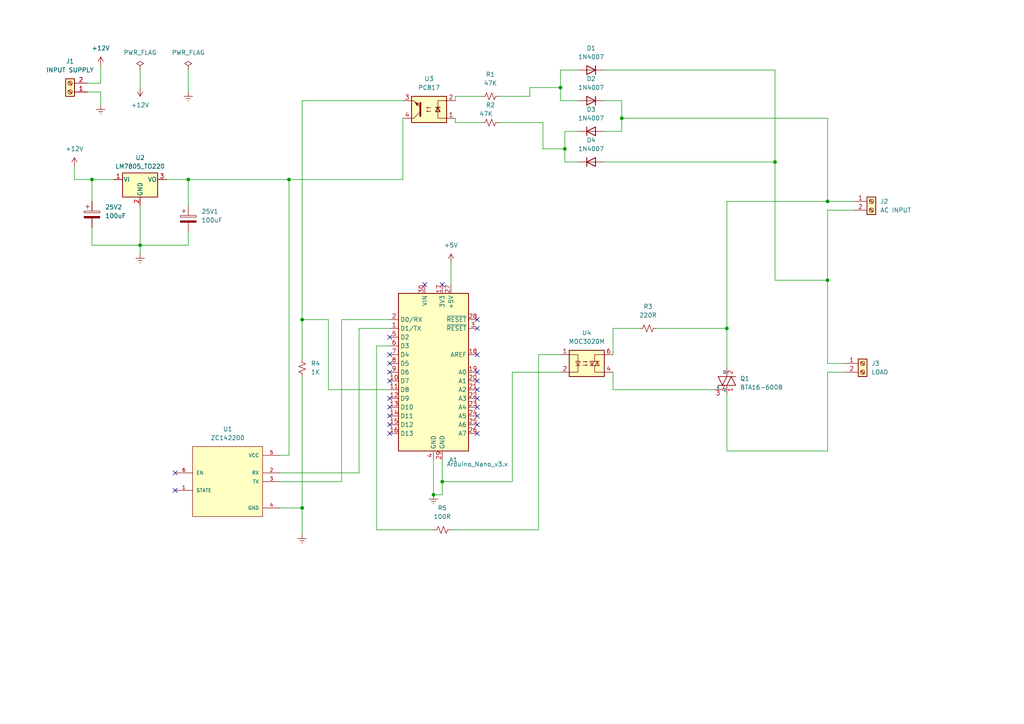
<source format=kicad_sch>
(kicad_sch (version 20230121) (generator eeschema)
  (paper "A4")
  (title_block (title "AC LOAD  Control by NANO Microcontroller with Bluetooth ") (date "17.06.2023") (rev "1.0") (company "by Muxtar_Safarov"))
  (lib_symbols
    (symbol "Connector:Screw_Terminal_01x02" (pin_names (offset 1.016) hide)
      (property "Reference" "J" (at 0 2.54 0))
      (property "Value" "Screw_Terminal_01x02" (at 0 -5.08 0))
      (symbol "Screw_Terminal_01x02_1_1"
        (rectangle (start -1.27 1.27) (end 1.27 -3.81) (stroke (width 0.254)) (fill (type background)))
        (circle (center 0 -2.54) (radius 0.635) (stroke (width 0.1524)))
        (polyline (pts (xy -0.5334 -2.2098) (xy 0.3302 -3.048)) (stroke (width 0.1524)))
        (polyline (pts (xy -0.5334 0.3302) (xy 0.3302 -0.508)) (stroke (width 0.1524)))
        (polyline (pts (xy -0.3556 -2.032) (xy 0.508 -2.8702)) (stroke (width 0.1524)))
        (polyline (pts (xy -0.3556 0.508) (xy 0.508 -0.3302)) (stroke (width 0.1524)))
        (circle (center 0 0) (radius 0.635) (stroke (width 0.1524)))
        (pin passive line (at -5.08 0 0) (length 3.81) (name "Pin_1") (number "1"))
        (pin passive line (at -5.08 -2.54 0) (length 3.81) (name "Pin_2") (number "2"))
      )
    )
    (symbol "Device:C_Polarized" (pin_numbers hide) (pin_names (offset 0.254))
      (property "Reference" "C" (at 0.635 2.54 0))
      (property "Value" "C_Polarized" (at 0.635 -2.54 0))
      (symbol "C_Polarized_0_1"
        (rectangle (start -2.286 0.508) (end 2.286 1.016))
        (polyline (pts (xy -1.778 2.286) (xy -0.762 2.286)))
        (polyline (pts (xy -1.27 2.794) (xy -1.27 1.778)))
        (rectangle (start 2.286 -0.508) (end -2.286 -1.016) (fill (type outline)))
      )
      (symbol "C_Polarized_1_1"
        (pin passive line (at 0 3.81 270) (length 2.794) (name "~") (number "1"))
        (pin passive line (at 0 -3.81 90) (length 2.794) (name "~") (number "2"))
      )
    )
    (symbol "Device:R_Small_US" (pin_numbers hide) (pin_names (offset 0.254) hide)
      (property "Reference" "R" (at 0.762 0.508 0))
      (property "Value" "R_Small_US" (at 0.762 -1.016 0))
      (symbol "R_Small_US_1_1"
        (polyline (pts (xy 0 0) (xy 1.016 -0.381) (xy 0 -0.762) (xy -1.016 -1.143) (xy 0 -1.524)))
        (polyline (pts (xy 0 1.524) (xy 1.016 1.143) (xy 0 0.762) (xy -1.016 0.381) (xy 0 0)))
        (pin passive line (at 0 2.54 270) (length 1.016) (name "~") (number "1"))
        (pin passive line (at 0 -2.54 90) (length 1.016) (name "~") (number "2"))
      )
    )
    (symbol "Diode:1N4007" (pin_numbers hide) (pin_names hide)
      (property "Reference" "D" (at 0 2.54 0))
      (property "Value" "1N4007" (at 0 -2.54 0))
      (symbol "1N4007_0_1"
        (polyline (pts (xy -1.27 1.27) (xy -1.27 -1.27)) (stroke (width 0.254)))
        (polyline (pts (xy 1.27 0) (xy -1.27 0)))
        (polyline (pts (xy 1.27 1.27) (xy 1.27 -1.27) (xy -1.27 0) (xy 1.27 1.27)) (stroke (width 0.254)))
      )
      (symbol "1N4007_1_1"
        (pin passive line (at -3.81 0 0) (length 2.54) (name "K") (number "1"))
        (pin passive line (at 3.81 0 180) (length 2.54) (name "A") (number "2"))
      )
    )
    (symbol "Isolator:PC817" (pin_names (offset 1.016))
      (property "Reference" "U" (at -5.08 5.08 0))
      (property "Value" "PC817" (at 0 5.08 0))
      (symbol "PC817_0_1"
        (rectangle (start -5.08 3.81) (end 5.08 -3.81) (stroke (width 0.254)) (fill (type background)))
        (polyline (pts (xy -3.175 -0.635) (xy -1.905 -0.635)) (stroke (width 0.254)))
        (polyline (pts (xy 2.54 0.635) (xy 4.445 2.54)))
        (polyline (pts (xy 4.445 -2.54) (xy 2.54 -0.635)) (fill (type outline)))
        (polyline (pts (xy 4.445 -2.54) (xy 5.08 -2.54)))
        (polyline (pts (xy 4.445 2.54) (xy 5.08 2.54)))
        (polyline (pts (xy -5.08 2.54) (xy -2.54 2.54) (xy -2.54 -0.635)))
        (polyline (pts (xy -2.54 -0.635) (xy -2.54 -2.54) (xy -5.08 -2.54)))
        (polyline (pts (xy 2.54 1.905) (xy 2.54 -1.905) (xy 2.54 -1.905)) (stroke (width 0.508)))
        (polyline (pts (xy -2.54 -0.635) (xy -3.175 0.635) (xy -1.905 0.635) (xy -2.54 -0.635)) (stroke (width 0.254)))
        (polyline (pts (xy -0.508 -0.508) (xy 0.762 -0.508) (xy 0.381 -0.635) (xy 0.381 -0.381) (xy 0.762 -0.508)))
        (polyline (pts (xy -0.508 0.508) (xy 0.762 0.508) (xy 0.381 0.381) (xy 0.381 0.635) (xy 0.762 0.508)))
        (polyline (pts (xy 3.048 -1.651) (xy 3.556 -1.143) (xy 4.064 -2.159) (xy 3.048 -1.651) (xy 3.048 -1.651)) (fill (type outline)))
      )
      (symbol "PC817_1_1"
        (pin passive line (at -7.62 2.54 0) (length 2.54) (name "~") (number "1"))
        (pin passive line (at -7.62 -2.54 0) (length 2.54) (name "~") (number "2"))
        (pin passive line (at 7.62 -2.54 180) (length 2.54) (name "~") (number "3"))
        (pin passive line (at 7.62 2.54 180) (length 2.54) (name "~") (number "4"))
      )
    )
    (symbol "MCU_Module:Arduino_Nano_v3.x"
      (property "Reference" "A" (at -10.16 23.495 0))
      (property "Value" "Arduino_Nano_v3.x" (at 5.08 -24.13 0))
      (symbol "Arduino_Nano_v3.x_0_1"
        (rectangle (start -10.16 22.86) (end 10.16 -22.86) (stroke (width 0.254)) (fill (type background)))
      )
      (symbol "Arduino_Nano_v3.x_1_1"
        (pin bidirectional line (at -12.7 12.7 0) (length 2.54) (name "D1/TX") (number "1"))
        (pin bidirectional line (at -12.7 -2.54 0) (length 2.54) (name "D7") (number "10"))
        (pin bidirectional line (at -12.7 -5.08 0) (length 2.54) (name "D8") (number "11"))
        (pin bidirectional line (at -12.7 -7.62 0) (length 2.54) (name "D9") (number "12"))
        (pin bidirectional line (at -12.7 -10.16 0) (length 2.54) (name "D10") (number "13"))
        (pin bidirectional line (at -12.7 -12.7 0) (length 2.54) (name "D11") (number "14"))
        (pin bidirectional line (at -12.7 -15.24 0) (length 2.54) (name "D12") (number "15"))
        (pin bidirectional line (at -12.7 -17.78 0) (length 2.54) (name "D13") (number "16"))
        (pin power_out line (at 2.54 25.4 270) (length 2.54) (name "3V3") (number "17"))
        (pin input line (at 12.7 5.08 180) (length 2.54) (name "AREF") (number "18"))
        (pin bidirectional line (at 12.7 0 180) (length 2.54) (name "A0") (number "19"))
        (pin bidirectional line (at -12.7 15.24 0) (length 2.54) (name "D0/RX") (number "2"))
        (pin bidirectional line (at 12.7 -2.54 180) (length 2.54) (name "A1") (number "20"))
        (pin bidirectional line (at 12.7 -5.08 180) (length 2.54) (name "A2") (number "21"))
        (pin bidirectional line (at 12.7 -7.62 180) (length 2.54) (name "A3") (number "22"))
        (pin bidirectional line (at 12.7 -10.16 180) (length 2.54) (name "A4") (number "23"))
        (pin bidirectional line (at 12.7 -12.7 180) (length 2.54) (name "A5") (number "24"))
        (pin bidirectional line (at 12.7 -15.24 180) (length 2.54) (name "A6") (number "25"))
        (pin bidirectional line (at 12.7 -17.78 180) (length 2.54) (name "A7") (number "26"))
        (pin power_out line (at 5.08 25.4 270) (length 2.54) (name "+5V") (number "27"))
        (pin input line (at 12.7 15.24 180) (length 2.54) (name "~{RESET}") (number "28"))
        (pin power_in line (at 2.54 -25.4 90) (length 2.54) (name "GND") (number "29"))
        (pin input line (at 12.7 12.7 180) (length 2.54) (name "~{RESET}") (number "3"))
        (pin power_in line (at -2.54 25.4 270) (length 2.54) (name "VIN") (number "30"))
        (pin power_in line (at 0 -25.4 90) (length 2.54) (name "GND") (number "4"))
        (pin bidirectional line (at -12.7 10.16 0) (length 2.54) (name "D2") (number "5"))
        (pin bidirectional line (at -12.7 7.62 0) (length 2.54) (name "D3") (number "6"))
        (pin bidirectional line (at -12.7 5.08 0) (length 2.54) (name "D4") (number "7"))
        (pin bidirectional line (at -12.7 2.54 0) (length 2.54) (name "D5") (number "8"))
        (pin bidirectional line (at -12.7 0 0) (length 2.54) (name "D6") (number "9"))
      )
    )
    (symbol "Regulator_Linear:LM7805_TO220" (pin_names (offset 0.254))
      (property "Reference" "U" (at -3.81 3.175 0))
      (property "Value" "LM7805_TO220" (at 0 3.175 0))
      (symbol "LM7805_TO220_0_1"
        (rectangle (start -5.08 1.905) (end 5.08 -5.08) (stroke (width 0.254)) (fill (type background)))
      )
      (symbol "LM7805_TO220_1_1"
        (pin power_in line (at -7.62 0 0) (length 2.54) (name "VI") (number "1"))
        (pin power_in line (at 0 -7.62 90) (length 2.54) (name "GND") (number "2"))
        (pin power_out line (at 7.62 0 180) (length 2.54) (name "VO") (number "3"))
      )
    )
    (symbol "Relay_SolidState:MOC3020M"
      (property "Reference" "U" (at -5.334 4.826 0))
      (property "Value" "MOC3020M" (at 0 5.08 0))
      (symbol "MOC3020M_0_1"
        (rectangle (start -5.08 3.81) (end 5.08 -3.81) (stroke (width 0.254)) (fill (type background)))
        (polyline (pts (xy -3.175 -0.635) (xy -1.905 -0.635)))
        (polyline (pts (xy 1.524 -0.635) (xy 1.524 0.635)))
        (polyline (pts (xy 3.048 0.635) (xy 3.048 -0.635)))
        (polyline (pts (xy 2.286 -0.635) (xy 2.286 -2.54) (xy 5.08 -2.54)))
        (polyline (pts (xy 2.286 0.635) (xy 2.286 2.54) (xy 5.08 2.54)))
        (polyline (pts (xy -5.08 2.54) (xy -2.54 2.54) (xy -2.54 -2.54) (xy -5.08 -2.54)))
        (polyline (pts (xy -2.54 -0.635) (xy -3.175 0.635) (xy -1.905 0.635) (xy -2.54 -0.635)))
        (polyline (pts (xy 0.889 -0.635) (xy 3.683 -0.635) (xy 3.048 0.635) (xy 2.413 -0.635)))
        (polyline (pts (xy 3.683 0.635) (xy 0.889 0.635) (xy 1.524 -0.635) (xy 2.159 0.635)))
        (polyline (pts (xy -1.143 -0.508) (xy 0.127 -0.508) (xy -0.254 -0.635) (xy -0.254 -0.381) (xy 0.127 -0.508)))
        (polyline (pts (xy -1.143 0.508) (xy 0.127 0.508) (xy -0.254 0.381) (xy -0.254 0.635) (xy 0.127 0.508)))
      )
      (symbol "MOC3020M_1_1"
        (pin passive line (at -7.62 2.54 0) (length 2.54) (name "~") (number "1"))
        (pin passive line (at -7.62 -2.54 0) (length 2.54) (name "~") (number "2"))
        (pin no_connect line (at -5.08 0 0) (length 2.54) hide (name "NC") (number "3"))
        (pin passive line (at 7.62 -2.54 180) (length 2.54) (name "~") (number "4"))
        (pin no_connect line (at 5.08 0 180) (length 2.54) hide (name "NC") (number "5"))
        (pin passive line (at 7.62 2.54 180) (length 2.54) (name "~") (number "6"))
      )
    )
    (symbol "Triac_Thyristor:BTA16-600B" (pin_names (offset 0))
      (property "Reference" "Q" (at 5.08 1.905 0))
      (property "Value" "BTA16-600B" (at 5.08 0 0))
      (symbol "BTA16-600B_0_1"
        (polyline (pts (xy -2.54 -1.27) (xy 2.54 -1.27)) (stroke (width 0.2032)))
        (polyline (pts (xy -2.54 1.27) (xy 2.54 1.27)) (stroke (width 0.2032)))
        (polyline (pts (xy -1.27 -2.54) (xy -0.635 -1.27)))
        (polyline (pts (xy -2.54 1.27) (xy -1.27 -1.27) (xy 0 1.27)) (stroke (width 0.2032)))
        (polyline (pts (xy 0 -1.27) (xy 1.27 1.27) (xy 2.54 -1.27)) (stroke (width 0.2032)))
      )
      (symbol "BTA16-600B_1_1"
        (pin passive line (at 0 -3.81 90) (length 2.54) (name "A1") (number "1"))
        (pin passive line (at 0 3.81 270) (length 2.54) (name "A2") (number "2"))
        (pin input line (at -3.81 -2.54 0) (length 2.54) (name "G") (number "3"))
      )
    )
    (symbol "ZC142200:ZC142200" (pin_names (offset 1.016))
      (property "Reference" "U" (at -10.16 10.922 0))
      (property "Value" "ZC142200" (at -10.16 -12.7 0))
      (symbol "ZC142200_0_0"
        (rectangle (start -10.16 -10.16) (end 10.16 10.16) (stroke (width 0.1524)) (fill (type background)))
        (pin input line (at -15.24 -2.54 0) (length 5.08) (name "STATE") (number "1"))
        (pin input line (at 15.24 2.54 180) (length 5.08) (name "RX") (number "2"))
        (pin output line (at 15.24 0 180) (length 5.08) (name "TX") (number "3"))
        (pin power_in line (at 15.24 -7.62 180) (length 5.08) (name "GND") (number "4"))
        (pin power_in line (at 15.24 7.62 180) (length 5.08) (name "VCC") (number "5"))
        (pin input line (at -15.24 2.54 0) (length 5.08) (name "EN") (number "6"))
      )
    )
    (symbol "power:+12V" (power) (pin_names (offset 0))
      (property "Value" "+12V" (at 0 3.556 0))
      (symbol "+12V_0_1"
        (polyline (pts (xy -0.762 1.27) (xy 0 2.54)))
        (polyline (pts (xy 0 0) (xy 0 2.54)))
        (polyline (pts (xy 0 2.54) (xy 0.762 1.27)))
      )
      (symbol "+12V_1_1"
        (pin power_in line (at 0 0 90) (length 0) hide (name "+12V") (number "1"))
      )
    )
    (symbol "power:+5V" (power) (pin_names (offset 0))
      (property "Value" "+5V" (at 0 3.556 0))
      (symbol "+5V_0_1"
        (polyline (pts (xy -0.762 1.27) (xy 0 2.54)))
        (polyline (pts (xy 0 0) (xy 0 2.54)))
        (polyline (pts (xy 0 2.54) (xy 0.762 1.27)))
      )
      (symbol "+5V_1_1"
        (pin power_in line (at 0 0 90) (length 0) hide (name "+5V") (number "1"))
      )
    )
    (symbol "power:Earth" (power) (pin_names (offset 0))
      (symbol "Earth_0_1"
        (polyline (pts (xy -0.635 -1.905) (xy 0.635 -1.905)))
        (polyline (pts (xy -0.127 -2.54) (xy 0.127 -2.54)))
        (polyline (pts (xy 0 -1.27) (xy 0 0)))
        (polyline (pts (xy 1.27 -1.27) (xy -1.27 -1.27)))
      )
      (symbol "Earth_1_1"
        (pin power_in line (at 0 0 270) (length 0) hide (name "Earth") (number "1"))
      )
    )
    (symbol "power:PWR_FLAG" (power) (pin_numbers hide) (pin_names (offset 0) hide)
      (property "Value" "PWR_FLAG" (at 0 3.81 0))
      (symbol "PWR_FLAG_0_0"
        (pin power_out line (at 0 0 90) (length 0) (name "pwr") (number "1"))
      )
      (symbol "PWR_FLAG_0_1"
        (polyline (pts (xy 0 0) (xy 0 1.27) (xy -1.016 1.905) (xy 0 2.54) (xy 1.016 1.905) (xy 0 1.27)))
      )
    )
  )
  (junction (at 128.27 139.7))
  (junction (at 26.67 52.07))
  (junction (at 125.73 143.51))
  (junction (at 83.82 52.07))
  (junction (at 224.79 46.99))
  (junction (at 54.61 52.07))
  (junction (at 87.63 147.32))
  (junction (at 180.34 34.29))
  (junction (at 40.64 71.12))
  (junction (at 240.03 81.28))
  (junction (at 162.56 25.4))
  (junction (at 163.83 43.18))
  (junction (at 87.63 92.71))
  (junction (at 210.82 95.25))
  (junction (at 240.03 58.42))
  (no_connect (at 138.43 92.71))
  (no_connect (at 128.27 82.55))
  (no_connect (at 138.43 107.95))
  (no_connect (at 123.19 82.55))
  (no_connect (at 138.43 102.87))
  (no_connect (at 113.03 123.19))
  (no_connect (at 138.43 110.49))
  (no_connect (at 138.43 95.25))
  (no_connect (at 113.03 97.79))
  (no_connect (at 113.03 120.65))
  (no_connect (at 113.03 107.95))
  (no_connect (at 113.03 105.41))
  (no_connect (at 138.43 118.11))
  (no_connect (at 138.43 123.19))
  (no_connect (at 138.43 125.73))
  (no_connect (at 138.43 120.65))
  (no_connect (at 138.43 115.57))
  (no_connect (at 113.03 102.87))
  (no_connect (at 138.43 113.03))
  (no_connect (at 113.03 110.49))
  (no_connect (at 50.8 142.24))
  (no_connect (at 113.03 115.57))
  (no_connect (at 50.8 137.16))
  (no_connect (at 113.03 125.73))
  (no_connect (at 113.03 118.11))
  (wire (pts (xy 157.48 35.56) (xy 157.48 43.18)))
  (wire (pts (xy 167.64 20.32) (xy 162.56 20.32)))
  (wire (pts (xy 26.67 52.07) (xy 33.02 52.07)))
  (wire (pts (xy 240.03 81.28) (xy 240.03 60.96)))
  (wire (pts (xy 116.84 29.21) (xy 87.63 29.21)))
  (wire (pts (xy 83.82 132.08) (xy 83.82 52.07)))
  (wire (pts (xy 81.28 132.08) (xy 83.82 132.08)))
  (wire (pts (xy 128.27 139.7) (xy 148.59 139.7)))
  (wire (pts (xy 87.63 92.71) (xy 87.63 104.14)))
  (wire (pts (xy 132.08 27.94) (xy 132.08 29.21)))
  (wire (pts (xy 104.14 95.25) (xy 113.03 95.25)))
  (wire (pts (xy 132.08 35.56) (xy 132.08 34.29)))
  (wire (pts (xy 21.59 48.26) (xy 21.59 52.07)))
  (wire (pts (xy 163.83 43.18) (xy 163.83 46.99)))
  (wire (pts (xy 54.61 52.07) (xy 83.82 52.07)))
  (wire (pts (xy 175.26 20.32) (xy 224.79 20.32)))
  (wire (pts (xy 224.79 20.32) (xy 224.79 46.99)))
  (wire (pts (xy 180.34 29.21) (xy 180.34 34.29)))
  (wire (pts (xy 163.83 38.1) (xy 163.83 43.18)))
  (wire (pts (xy 153.67 25.4) (xy 162.56 25.4)))
  (wire (pts (xy 245.11 105.41) (xy 240.03 105.41)))
  (wire (pts (xy 144.78 27.94) (xy 153.67 27.94)))
  (wire (pts (xy 29.21 24.13) (xy 25.4 24.13)))
  (wire (pts (xy 125.73 133.35) (xy 125.73 143.51)))
  (wire (pts (xy 40.64 71.12) (xy 40.64 73.66)))
  (wire (pts (xy 177.8 113.03) (xy 177.8 107.95)))
  (wire (pts (xy 139.7 27.94) (xy 132.08 27.94)))
  (wire (pts (xy 87.63 109.22) (xy 87.63 147.32)))
  (wire (pts (xy 128.27 139.7) (xy 128.27 143.51)))
  (wire (pts (xy 40.64 20.32) (xy 40.64 25.4)))
  (wire (pts (xy 240.03 60.96) (xy 247.65 60.96)))
  (wire (pts (xy 104.14 137.16) (xy 104.14 95.25)))
  (wire (pts (xy 144.78 35.56) (xy 157.48 35.56)))
  (wire (pts (xy 130.81 153.67) (xy 156.21 153.67)))
  (wire (pts (xy 177.8 95.25) (xy 177.8 102.87)))
  (wire (pts (xy 99.06 92.71) (xy 113.03 92.71)))
  (wire (pts (xy 163.83 46.99) (xy 167.64 46.99)))
  (wire (pts (xy 210.82 114.3) (xy 210.82 130.81)))
  (wire (pts (xy 207.01 113.03) (xy 177.8 113.03)))
  (wire (pts (xy 139.7 35.56) (xy 132.08 35.56)))
  (wire (pts (xy 210.82 106.68) (xy 210.82 95.25)))
  (wire (pts (xy 240.03 58.42) (xy 240.03 34.29)))
  (wire (pts (xy 125.73 143.51) (xy 128.27 143.51)))
  (wire (pts (xy 240.03 107.95) (xy 245.11 107.95)))
  (wire (pts (xy 148.59 139.7) (xy 148.59 107.95)))
  (wire (pts (xy 224.79 81.28) (xy 240.03 81.28)))
  (wire (pts (xy 156.21 153.67) (xy 156.21 102.87)))
  (wire (pts (xy 48.26 52.07) (xy 54.61 52.07)))
  (wire (pts (xy 109.22 153.67) (xy 125.73 153.67)))
  (wire (pts (xy 21.59 52.07) (xy 26.67 52.07)))
  (wire (pts (xy 247.65 58.42) (xy 240.03 58.42)))
  (wire (pts (xy 180.34 34.29) (xy 180.34 38.1)))
  (wire (pts (xy 157.48 43.18) (xy 163.83 43.18)))
  (wire (pts (xy 180.34 38.1) (xy 175.26 38.1)))
  (wire (pts (xy 130.81 76.2) (xy 130.81 82.55)))
  (wire (pts (xy 162.56 20.32) (xy 162.56 25.4)))
  (wire (pts (xy 87.63 147.32) (xy 87.63 154.94)))
  (wire (pts (xy 113.03 113.03) (xy 95.25 113.03)))
  (wire (pts (xy 87.63 29.21) (xy 87.63 92.71)))
  (wire (pts (xy 40.64 59.69) (xy 40.64 71.12)))
  (wire (pts (xy 210.82 130.81) (xy 240.03 130.81)))
  (wire (pts (xy 240.03 34.29) (xy 180.34 34.29)))
  (wire (pts (xy 54.61 71.12) (xy 40.64 71.12)))
  (wire (pts (xy 54.61 52.07) (xy 54.61 59.69)))
  (wire (pts (xy 162.56 25.4) (xy 162.56 29.21)))
  (wire (pts (xy 25.4 26.67) (xy 29.21 26.67)))
  (wire (pts (xy 190.5 95.25) (xy 210.82 95.25)))
  (wire (pts (xy 185.42 95.25) (xy 177.8 95.25)))
  (wire (pts (xy 175.26 29.21) (xy 180.34 29.21)))
  (wire (pts (xy 26.67 71.12) (xy 40.64 71.12)))
  (wire (pts (xy 156.21 102.87) (xy 162.56 102.87)))
  (wire (pts (xy 210.82 58.42) (xy 240.03 58.42)))
  (wire (pts (xy 153.67 27.94) (xy 153.67 25.4)))
  (wire (pts (xy 128.27 133.35) (xy 128.27 139.7)))
  (wire (pts (xy 54.61 67.31) (xy 54.61 71.12)))
  (wire (pts (xy 81.28 147.32) (xy 87.63 147.32)))
  (wire (pts (xy 54.61 20.32) (xy 54.61 26.67)))
  (wire (pts (xy 81.28 137.16) (xy 104.14 137.16)))
  (wire (pts (xy 240.03 107.95) (xy 240.03 130.81)))
  (wire (pts (xy 29.21 19.05) (xy 29.21 24.13)))
  (wire (pts (xy 240.03 105.41) (xy 240.03 81.28)))
  (wire (pts (xy 26.67 52.07) (xy 26.67 58.42)))
  (wire (pts (xy 29.21 26.67) (xy 29.21 30.48)))
  (wire (pts (xy 26.67 66.04) (xy 26.67 71.12)))
  (wire (pts (xy 83.82 52.07) (xy 116.84 52.07)))
  (wire (pts (xy 162.56 29.21) (xy 167.64 29.21)))
  (wire (pts (xy 167.64 38.1) (xy 163.83 38.1)))
  (wire (pts (xy 95.25 113.03) (xy 95.25 92.71)))
  (wire (pts (xy 81.28 139.7) (xy 99.06 139.7)))
  (wire (pts (xy 95.25 92.71) (xy 87.63 92.71)))
  (wire (pts (xy 113.03 100.33) (xy 109.22 100.33)))
  (wire (pts (xy 109.22 100.33) (xy 109.22 153.67)))
  (wire (pts (xy 99.06 139.7) (xy 99.06 92.71)))
  (wire (pts (xy 210.82 95.25) (xy 210.82 58.42)))
  (wire (pts (xy 224.79 46.99) (xy 224.79 81.28)))
  (wire (pts (xy 148.59 107.95) (xy 162.56 107.95)))
  (wire (pts (xy 175.26 46.99) (xy 224.79 46.99)))
  (wire (pts (xy 116.84 34.29) (xy 116.84 52.07)))
  (symbol (lib_id "power:PWR_FLAG") (at 54.61 20.32 0) (unit 1)
    (property "Reference" "#FLG02" (effects hide))
    (property "Value" "PWR_FLAG" (at 54.61 15.24 0))
  )
  (symbol (lib_id "Device:C_Polarized") (at 26.67 62.23 0) (unit 1)
    (property "Reference" "25V2" (at 30.48 60.071 0) (effects (justify left)))
    (property "Value" "100uF" (at 30.48 62.611 0) (effects (justify left)))
    (property "Footprint" "Capacitor_THT:CP_Radial_D10.0mm_P7.50mm" (effects hide))
  )
  (symbol (lib_id "Isolator:PC817") (at 124.46 31.75 180) (unit 1)
    (property "Reference" "U3" (at 124.46 22.86 0))
    (property "Value" "PC817" (at 124.46 25.4 0))
    (property "Footprint" "Package_DIP:DIP-4_W7.62mm" (effects hide))
    (property "Datasheet" "http://www.soselectronic.cz/a_info/resource/d/pc817.pdf" (effects hide))
  )
  (symbol (lib_id "Connector:Screw_Terminal_01x02") (at 20.32 26.67 180) (unit 1)
    (property "Reference" "J1" (at 20.32 17.78 0))
    (property "Value" "INPUT SUPPLY" (at 20.32 20.32 0))
    (property "Footprint" "TerminalBlock:TerminalBlock_bornier-2_P5.08mm" (effects hide))
  )
  (symbol (lib_id "ZC142200:ZC142200") (at 66.04 139.7 0) (unit 1)
    (property "Reference" "U1" (at 66.04 124.46 0))
    (property "Value" "ZC142200" (at 66.04 127 0))
    (property "Footprint" "ZC142200:MODULE_ZC142200" (effects hide))
    (property "MF" "YKS" (effects hide))
    (property "MAXIMUM_PACKAGE_HEIGHT" "37.5mm" (effects hide))
    (property "Package" "None" (effects hide))
    (property "Price" "None" (effects hide))
    (property "Check_prices" "https://www.snapeda.com/parts/ZC142200/YKS/view-part/?ref=eda" (effects hide))
    (property "STANDARD" "Manufacturer Recommendations" (effects hide))
    (property "PARTREV" "N/A" (effects hide))
    (property "SnapEDA_Link" "https://www.snapeda.com/parts/ZC142200/YKS/view-part/?ref=snap" (effects hide))
    (property "MP" "ZC142200" (effects hide))
    (property "Description" "\n1pc HC-05 6 Pin Wireless Bluetooth RF Transceiver Module Serial For Arduino\n" (effects hide))
    (property "Availability" "Not in stock" (effects hide))
    (property "MANUFACTURER" "YKS" (effects hide))
  )
  (symbol (lib_id "Connector:Screw_Terminal_01x02") (at 250.19 105.41 0) (unit 1)
    (property "Reference" "J3" (at 252.73 105.41 0) (effects (justify left)))
    (property "Value" "LOAD" (at 252.73 107.95 0) (effects (justify left)))
    (property "Footprint" "TerminalBlock:TerminalBlock_bornier-2_P5.08mm" (effects hide))
  )
  (symbol (lib_id "Device:R_Small_US") (at 142.24 35.56 90) (unit 1)
    (property "Reference" "R2" (at 142.24 30.48 90))
    (property "Value" "47K" (at 140.97 33.02 90))
    (property "Footprint" "Resistor_THT:R_Axial_DIN0411_L9.9mm_D3.6mm_P15.24mm_Horizontal" (effects hide))
  )
  (symbol (lib_id "Connector:Screw_Terminal_01x02") (at 252.73 58.42 0) (unit 1)
    (property "Reference" "J2" (at 255.27 58.42 0) (effects (justify left)))
    (property "Value" "AC INPUT " (at 255.27 60.96 0) (effects (justify left)))
    (property "Footprint" "TerminalBlock:TerminalBlock_bornier-2_P5.08mm" (effects hide))
  )
  (symbol (lib_id "power:+12V") (at 21.59 48.26 0) (unit 1)
    (property "Reference" "#PWR03" (effects hide))
    (property "Value" "+12V" (at 21.59 43.18 0))
  )
  (symbol (lib_id "power:Earth") (at 54.61 26.67 0) (unit 1)
    (property "Reference" "#PWR09" (effects hide))
    (property "Value" "Earth" (effects hide))
  )
  (symbol (lib_id "Diode:1N4007") (at 171.45 29.21 180) (unit 1)
    (property "Reference" "D2" (at 171.45 22.86 0))
    (property "Value" "1N4007" (at 171.45 25.4 0))
    (property "Footprint" "Diode_THT:D_DO-41_SOD81_P10.16mm_Horizontal" (effects hide))
    (property "Datasheet" "http://www.vishay.com/docs/88503/1n4001.pdf" (effects hide))
    (property "Sim.Device" "D" (effects hide))
    (property "Sim.Pins" "1=K 2=A" (effects hide))
  )
  (symbol (lib_id "Diode:1N4007") (at 171.45 38.1 0) (unit 1)
    (property "Reference" "D3" (at 171.45 31.75 0))
    (property "Value" "1N4007" (at 171.45 34.29 0))
    (property "Footprint" "Diode_THT:D_DO-41_SOD81_P10.16mm_Horizontal" (effects hide))
    (property "Datasheet" "http://www.vishay.com/docs/88503/1n4001.pdf" (effects hide))
    (property "Sim.Device" "D" (effects hide))
    (property "Sim.Pins" "1=K 2=A" (effects hide))
  )
  (symbol (lib_id "Diode:1N4007") (at 171.45 20.32 180) (unit 1)
    (property "Reference" "D1" (at 171.45 13.97 0))
    (property "Value" "1N4007" (at 171.45 16.51 0))
    (property "Footprint" "Diode_THT:D_DO-41_SOD81_P10.16mm_Horizontal" (effects hide))
    (property "Datasheet" "http://www.vishay.com/docs/88503/1n4001.pdf" (effects hide))
    (property "Sim.Device" "D" (effects hide))
    (property "Sim.Pins" "1=K 2=A" (effects hide))
  )
  (symbol (lib_id "power:Earth") (at 125.73 143.51 0) (unit 1)
    (property "Reference" "#PWR06" (effects hide))
    (property "Value" "Earth" (effects hide))
  )
  (symbol (lib_id "Triac_Thyristor:BTA16-600B") (at 210.82 110.49 0) (unit 1)
    (property "Reference" "Q1" (at 214.63 109.8042 0) (effects (justify left)))
    (property "Value" "BTA16-600B" (at 214.63 112.3442 0) (effects (justify left)))
    (property "Footprint" "Package_TO_SOT_THT:TO-220-3_Vertical" (effects hide))
    (property "Datasheet" "https://www.st.com/resource/en/datasheet/bta16.pdf" (effects hide))
  )
  (symbol (lib_id "Regulator_Linear:LM7805_TO220") (at 40.64 52.07 0) (unit 1)
    (property "Reference" "U2" (at 40.64 45.72 0))
    (property "Value" "LM7805_TO220" (at 40.64 48.26 0))
    (property "Footprint" "Package_TO_SOT_THT:TO-220-3_Vertical" (effects hide))
    (property "Datasheet" "https://www.onsemi.cn/PowerSolutions/document/MC7800-D.PDF" (effects hide))
  )
  (symbol (lib_id "Device:R_Small_US") (at 128.27 153.67 270) (unit 1)
    (property "Reference" "R5" (at 128.27 147.32 90))
    (property "Value" "100R" (at 128.27 149.86 90))
    (property "Footprint" "Resistor_THT:R_Axial_DIN0411_L9.9mm_D3.6mm_P15.24mm_Horizontal" (effects hide))
  )
  (symbol (lib_id "Device:R_Small_US") (at 142.24 27.94 90) (unit 1)
    (property "Reference" "R1" (at 142.24 21.59 90))
    (property "Value" "47K" (at 142.24 24.13 90))
    (property "Footprint" "Resistor_THT:R_Axial_DIN0411_L9.9mm_D3.6mm_P15.24mm_Horizontal" (effects hide))
  )
  (symbol (lib_id "power:+5V") (at 130.81 76.2 0) (unit 1)
    (property "Reference" "#PWR08" (effects hide))
    (property "Value" "+5V" (at 130.81 71.12 0))
  )
  (symbol (lib_id "Device:R_Small_US") (at 87.63 106.68 180) (unit 1)
    (property "Reference" "R4" (at 90.17 105.41 0) (effects (justify right)))
    (property "Value" "1K" (at 90.17 107.95 0) (effects (justify right)))
    (property "Footprint" "Resistor_THT:R_Axial_DIN0411_L9.9mm_D3.6mm_P15.24mm_Horizontal" (effects hide))
  )
  (symbol (lib_id "MCU_Module:Arduino_Nano_v3.x") (at 125.73 107.95 0) (unit 1)
    (property "Reference" "A1" (at 130.2259 133.35 0) (effects (justify left)))
    (property "Value" "Arduino_Nano_v3.x" (at 129.54 134.62 0) (effects (justify left)))
    (property "Footprint" "Module:Arduino_Nano" (effects hide))
    (property "Datasheet" "http://www.mouser.com/pdfdocs/Gravitech_Arduino_Nano3_0.pdf" (effects hide))
  )
  (symbol (lib_id "power:+12V") (at 29.21 19.05 0) (unit 1)
    (property "Reference" "#PWR01" (effects hide))
    (property "Value" "+12V" (at 29.21 13.97 0))
  )
  (symbol (lib_id "power:PWR_FLAG") (at 40.64 20.32 0) (unit 1)
    (property "Reference" "#FLG01" (effects hide))
    (property "Value" "PWR_FLAG" (at 40.64 15.24 0))
  )
  (symbol (lib_id "power:Earth") (at 29.21 30.48 0) (unit 1)
    (property "Reference" "#PWR02" (effects hide))
    (property "Value" "Earth" (effects hide))
  )
  (symbol (lib_id "power:Earth") (at 40.64 73.66 0) (unit 1)
    (property "Reference" "#PWR04" (effects hide))
    (property "Value" "Earth" (effects hide))
  )
  (symbol (lib_id "power:+12V") (at 40.64 25.4 180) (unit 1)
    (property "Reference" "#PWR07" (effects hide))
    (property "Value" "+12V" (at 40.64 30.48 0))
  )
  (symbol (lib_id "Device:R_Small_US") (at 187.96 95.25 90) (unit 1)
    (property "Reference" "R3" (at 187.96 88.9 90))
    (property "Value" "220R" (at 187.96 91.44 90))
    (property "Footprint" "Resistor_THT:R_Axial_DIN0411_L9.9mm_D3.6mm_P15.24mm_Horizontal" (effects hide))
  )
  (symbol (lib_id "Relay_SolidState:MOC3020M") (at 170.18 105.41 0) (unit 1)
    (property "Reference" "U4" (at 170.18 96.52 0))
    (property "Value" "MOC3020M" (at 170.18 99.06 0))
    (property "Footprint" "MOC3020M:DIP762W45P254L889H508Q6" (effects hide))
    (property "Datasheet" "https://www.onsemi.com/pub/Collateral/MOC3023M-D.PDF" (effects hide))
  )
  (symbol (lib_id "power:Earth") (at 87.63 154.94 0) (unit 1)
    (property "Reference" "#PWR05" (effects hide))
    (property "Value" "Earth" (effects hide))
  )
  (symbol (lib_id "Diode:1N4007") (at 171.45 46.99 0) (unit 1)
    (property "Reference" "D4" (at 171.45 40.64 0))
    (property "Value" "1N4007" (at 171.45 43.18 0))
    (property "Footprint" "Diode_THT:D_DO-41_SOD81_P10.16mm_Horizontal" (effects hide))
    (property "Datasheet" "http://www.vishay.com/docs/88503/1n4001.pdf" (effects hide))
    (property "Sim.Device" "D" (effects hide))
    (property "Sim.Pins" "1=K 2=A" (effects hide))
  )
  (symbol (lib_id "Device:C_Polarized") (at 54.61 63.5 0) (unit 1)
    (property "Reference" "25V1" (at 58.42 61.341 0) (effects (justify left)))
    (property "Value" "100uF" (at 58.42 63.881 0) (effects (justify left)))
    (property "Footprint" "Capacitor_THT:CP_Radial_D10.0mm_P7.50mm" (effects hide))
  )
)
</source>
